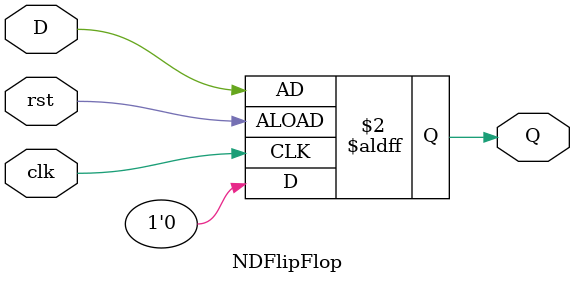
<source format=v>
module NDFlipFlop(input clk, input rst, input D, output reg Q);
 always @ (negedge  clk or negedge  rst)
 if (rst) begin
 Q <= 1'b0;
 end else begin
 Q <= D;
 end
endmodule
</source>
